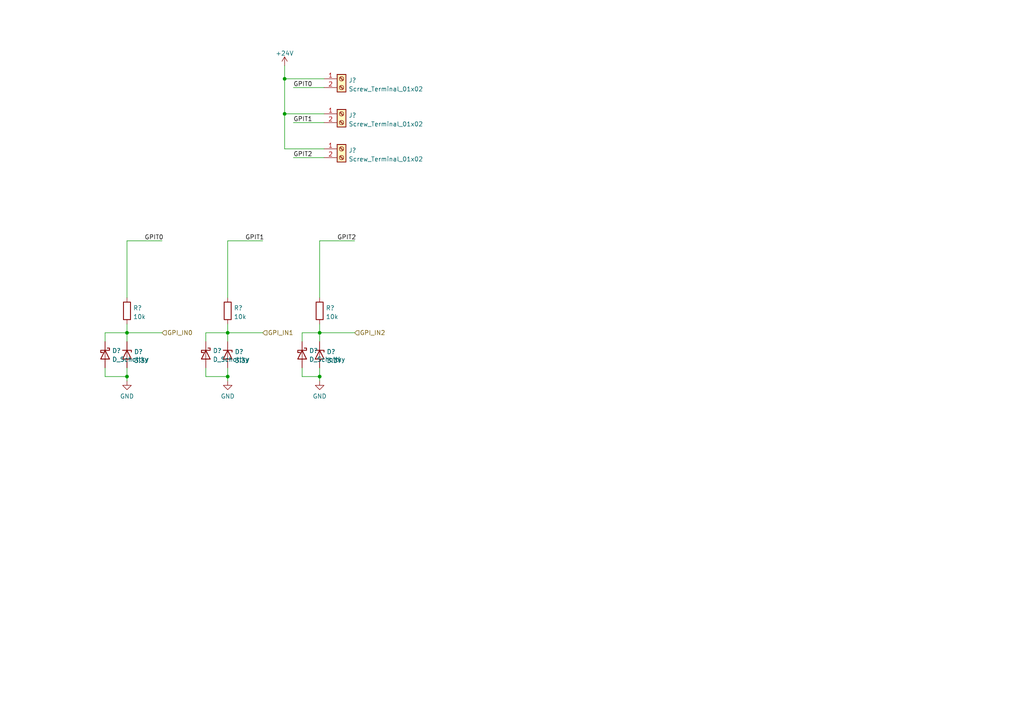
<source format=kicad_sch>
(kicad_sch (version 20211123) (generator eeschema)
  (paper "A4")
  (title_block (title "FloatPUMP Schematics") (date "2022-11-11") (rev "1.0") (company "robtor.de") (comment 1 "Controller board for up to 3 water pumps") (comment 2 "measuring capabilities with piezoresistive pressure sensors") (comment 3 "sensor input Range 4mA-20mA"))
  (lib_symbols
    (symbol "Connector:Screw_Terminal_01x02" (pin_names (offset 1.016) hide)
      (property "Reference" "J" (at 0 2.54 0))
      (property "Value" "Screw_Terminal_01x02" (at 0 -5.08 0))
      (symbol "Screw_Terminal_01x02_1_1"
        (rectangle (start -1.27 1.27) (end 1.27 -3.81) (stroke (width 0.254)) (fill (type background)))
        (circle (center 0 -2.54) (radius 0.635) (stroke (width 0.1524)))
        (polyline (pts (xy -0.5334 -2.2098) (xy 0.3302 -3.048)) (stroke (width 0.1524)))
        (polyline (pts (xy -0.5334 0.3302) (xy 0.3302 -0.508)) (stroke (width 0.1524)))
        (polyline (pts (xy -0.3556 -2.032) (xy 0.508 -2.8702)) (stroke (width 0.1524)))
        (polyline (pts (xy -0.3556 0.508) (xy 0.508 -0.3302)) (stroke (width 0.1524)))
        (circle (center 0 0) (radius 0.635) (stroke (width 0.1524)))
        (pin passive line (at -5.08 0 0) (length 3.81) (name "Pin_1") (number "1"))
        (pin passive line (at -5.08 -2.54 0) (length 3.81) (name "Pin_2") (number "2"))
      )
    )
    (symbol "Device:D_Schottky" (pin_numbers hide) (pin_names (offset 1.016) hide)
      (property "Reference" "D" (at 0 2.54 0))
      (property "Value" "D_Schottky" (at 0 -2.54 0))
      (symbol "D_Schottky_0_1"
        (polyline (pts (xy 1.27 0) (xy -1.27 0)))
        (polyline (pts (xy 1.27 1.27) (xy 1.27 -1.27) (xy -1.27 0) (xy 1.27 1.27)) (stroke (width 0.254)))
        (polyline (pts (xy -1.905 0.635) (xy -1.905 1.27) (xy -1.27 1.27) (xy -1.27 -1.27) (xy -0.635 -1.27) (xy -0.635 -0.635)) (stroke (width 0.254)))
      )
      (symbol "D_Schottky_1_1"
        (pin passive line (at -3.81 0 0) (length 2.54) (name "K") (number "1"))
        (pin passive line (at 3.81 0 180) (length 2.54) (name "A") (number "2"))
      )
    )
    (symbol "Device:D_Zener" (pin_numbers hide) (pin_names (offset 1.016) hide)
      (property "Reference" "D" (at 0 2.54 0))
      (property "Value" "D_Zener" (at 0 -2.54 0))
      (symbol "D_Zener_0_1"
        (polyline (pts (xy 1.27 0) (xy -1.27 0)))
        (polyline (pts (xy -1.27 -1.27) (xy -1.27 1.27) (xy -0.762 1.27)) (stroke (width 0.254)))
        (polyline (pts (xy 1.27 -1.27) (xy 1.27 1.27) (xy -1.27 0) (xy 1.27 -1.27)) (stroke (width 0.254)))
      )
      (symbol "D_Zener_1_1"
        (pin passive line (at -3.81 0 0) (length 2.54) (name "K") (number "1"))
        (pin passive line (at 3.81 0 180) (length 2.54) (name "A") (number "2"))
      )
    )
    (symbol "Device:R" (pin_numbers hide) (pin_names (offset 0))
      (property "Reference" "R" (at 2.032 0 90))
      (property "Value" "R" (at 0 0 90))
      (symbol "R_0_1"
        (rectangle (start -1.016 -2.54) (end 1.016 2.54) (stroke (width 0.254)))
      )
      (symbol "R_1_1"
        (pin passive line (at 0 3.81 270) (length 1.27) (name "~") (number "1"))
        (pin passive line (at 0 -3.81 90) (length 1.27) (name "~") (number "2"))
      )
    )
    (symbol "power:+24V" (power) (pin_names (offset 0))
      (property "Value" "+24V" (at 0 3.556 0))
      (symbol "+24V_0_1"
        (polyline (pts (xy -0.762 1.27) (xy 0 2.54)))
        (polyline (pts (xy 0 0) (xy 0 2.54)))
        (polyline (pts (xy 0 2.54) (xy 0.762 1.27)))
      )
      (symbol "+24V_1_1"
        (pin power_in line (at 0 0 90) (length 0) hide (name "+24V") (number "1"))
      )
    )
    (symbol "power:GND" (power) (pin_names (offset 0))
      (property "Value" "GND" (at 0 -3.81 0))
      (symbol "GND_0_1"
        (polyline (pts (xy 0 0) (xy 0 -1.27) (xy 1.27 -1.27) (xy 0 -2.54) (xy -1.27 -1.27) (xy 0 -1.27)))
      )
      (symbol "GND_1_1"
        (pin power_in line (at 0 0 270) (length 0) hide (name "GND") (number "1"))
      )
    )
  )
  (junction (at 66.04 109.22))
  (junction (at 36.83 96.52))
  (junction (at 92.71 109.22))
  (junction (at 82.55 22.86))
  (junction (at 82.55 33.02))
  (junction (at 92.71 96.52))
  (junction (at 66.04 96.52))
  (junction (at 36.83 109.22))
  (wire (pts (xy 93.98 43.18) (xy 82.55 43.18)))
  (wire (pts (xy 92.71 109.22) (xy 92.71 110.49)))
  (wire (pts (xy 30.48 99.06) (xy 30.48 96.52)))
  (wire (pts (xy 30.48 109.22) (xy 30.48 106.68)))
  (wire (pts (xy 30.48 96.52) (xy 36.83 96.52)))
  (wire (pts (xy 82.55 22.86) (xy 82.55 33.02)))
  (wire (pts (xy 85.09 45.72) (xy 93.98 45.72)))
  (wire (pts (xy 36.83 93.98) (xy 36.83 96.52)))
  (wire (pts (xy 92.71 93.98) (xy 92.71 96.52)))
  (wire (pts (xy 66.04 109.22) (xy 59.69 109.22)))
  (wire (pts (xy 36.83 96.52) (xy 36.83 99.06)))
  (wire (pts (xy 82.55 43.18) (xy 82.55 33.02)))
  (wire (pts (xy 36.83 96.52) (xy 46.99 96.52)))
  (wire (pts (xy 36.83 86.36) (xy 36.83 69.85)))
  (wire (pts (xy 59.69 109.22) (xy 59.69 106.68)))
  (wire (pts (xy 59.69 99.06) (xy 59.69 96.52)))
  (wire (pts (xy 82.55 33.02) (xy 93.98 33.02)))
  (wire (pts (xy 59.69 96.52) (xy 66.04 96.52)))
  (wire (pts (xy 85.09 25.4) (xy 93.98 25.4)))
  (wire (pts (xy 92.71 109.22) (xy 87.63 109.22)))
  (wire (pts (xy 66.04 106.68) (xy 66.04 109.22)))
  (wire (pts (xy 66.04 86.36) (xy 66.04 69.85)))
  (wire (pts (xy 66.04 96.52) (xy 66.04 99.06)))
  (wire (pts (xy 93.98 22.86) (xy 82.55 22.86)))
  (wire (pts (xy 36.83 109.22) (xy 36.83 110.49)))
  (wire (pts (xy 36.83 69.85) (xy 46.99 69.85)))
  (wire (pts (xy 36.83 106.68) (xy 36.83 109.22)))
  (wire (pts (xy 87.63 109.22) (xy 87.63 106.68)))
  (wire (pts (xy 92.71 69.85) (xy 102.87 69.85)))
  (wire (pts (xy 66.04 109.22) (xy 66.04 110.49)))
  (wire (pts (xy 92.71 96.52) (xy 92.71 99.06)))
  (wire (pts (xy 87.63 96.52) (xy 92.71 96.52)))
  (wire (pts (xy 66.04 69.85) (xy 76.2 69.85)))
  (wire (pts (xy 82.55 19.05) (xy 82.55 22.86)))
  (wire (pts (xy 85.09 35.56) (xy 93.98 35.56)))
  (wire (pts (xy 36.83 109.22) (xy 30.48 109.22)))
  (wire (pts (xy 92.71 86.36) (xy 92.71 69.85)))
  (wire (pts (xy 92.71 96.52) (xy 102.87 96.52)))
  (wire (pts (xy 92.71 106.68) (xy 92.71 109.22)))
  (wire (pts (xy 66.04 93.98) (xy 66.04 96.52)))
  (wire (pts (xy 66.04 96.52) (xy 76.2 96.52)))
  (wire (pts (xy 87.63 99.06) (xy 87.63 96.52)))
  (label "GPIT1" (at 71.12 69.85 0))
  (label "GPIT1" (at 85.09 35.56 0))
  (label "GPIT0" (at 41.91 69.85 0))
  (label "GPIT0" (at 85.09 25.4 0))
  (label "GPIT2" (at 85.09 45.72 0))
  (label "GPIT2" (at 97.79 69.85 0))
  (hierarchical_label "GPI_IN0" (shape input) (at 46.99 96.52 0))
  (hierarchical_label "GPI_IN2" (shape input) (at 102.87 96.52 0))
  (hierarchical_label "GPI_IN1" (shape input) (at 76.2 96.52 0))
  (symbol (lib_id "power:+24V") (at 82.55 19.05 0) (unit 1)
    (property "Reference" "#PWR?" (effects hide))
    (property "Value" "+24V" (at 82.55 15.4742 0))
  )
  (symbol (lib_id "power:GND") (at 36.83 110.49 0) (unit 1)
    (property "Reference" "#PWR?" (effects hide))
    (property "Value" "GND" (at 36.83 114.9334 0))
  )
  (symbol (lib_id "Device:D_Schottky") (at 87.63 102.87 270) (unit 1)
    (property "Reference" "D?" (at 89.662 101.7178 90) (effects (justify left)))
    (property "Value" "D_Schottky" (at 89.662 104.2547 90) (effects (justify left)))
  )
  (symbol (lib_id "Connector:Screw_Terminal_01x02") (at 99.06 22.86 0) (unit 1)
    (property "Reference" "J?" (at 101.092 23.2953 0) (effects (justify left)))
    (property "Value" "Screw_Terminal_01x02" (at 101.092 25.8322 0) (effects (justify left)))
  )
  (symbol (lib_id "Device:R") (at 36.83 90.17 0) (unit 1)
    (property "Reference" "R?" (at 38.608 89.3353 0) (effects (justify left)))
    (property "Value" "10k" (at 38.608 91.8722 0) (effects (justify left)))
  )
  (symbol (lib_id "power:GND") (at 66.04 110.49 0) (unit 1)
    (property "Reference" "#PWR?" (effects hide))
    (property "Value" "GND" (at 66.04 114.9334 0))
  )
  (symbol (lib_id "Connector:Screw_Terminal_01x02") (at 99.06 43.18 0) (unit 1)
    (property "Reference" "J?" (at 101.092 43.6153 0) (effects (justify left)))
    (property "Value" "Screw_Terminal_01x02" (at 101.092 46.1522 0) (effects (justify left)))
  )
  (symbol (lib_id "Device:D_Zener") (at 92.71 102.87 270) (unit 1)
    (property "Reference" "D?" (at 94.742 102.0353 90) (effects (justify left)))
    (property "Value" "3.3V" (at 94.742 104.5722 90) (effects (justify left)))
  )
  (symbol (lib_id "Device:D_Zener") (at 66.04 102.87 270) (unit 1)
    (property "Reference" "D?" (at 68.072 102.0353 90) (effects (justify left)))
    (property "Value" "3.3V" (at 68.072 104.5722 90) (effects (justify left)))
  )
  (symbol (lib_id "power:GND") (at 92.71 110.49 0) (unit 1)
    (property "Reference" "#PWR?" (effects hide))
    (property "Value" "GND" (at 92.71 114.9334 0))
  )
  (symbol (lib_id "Device:R") (at 66.04 90.17 0) (unit 1)
    (property "Reference" "R?" (at 67.818 89.3353 0) (effects (justify left)))
    (property "Value" "10k" (at 67.818 91.8722 0) (effects (justify left)))
  )
  (symbol (lib_id "Device:D_Zener") (at 36.83 102.87 270) (unit 1)
    (property "Reference" "D?" (at 38.862 102.0353 90) (effects (justify left)))
    (property "Value" "3.3V" (at 38.862 104.5722 90) (effects (justify left)))
  )
  (symbol (lib_id "Device:R") (at 92.71 90.17 0) (unit 1)
    (property "Reference" "R?" (at 94.488 89.3353 0) (effects (justify left)))
    (property "Value" "10k" (at 94.488 91.8722 0) (effects (justify left)))
  )
  (symbol (lib_id "Device:D_Schottky") (at 59.69 102.87 270) (unit 1)
    (property "Reference" "D?" (at 61.722 101.7178 90) (effects (justify left)))
    (property "Value" "D_Schottky" (at 61.722 104.2547 90) (effects (justify left)))
  )
  (symbol (lib_id "Device:D_Schottky") (at 30.48 102.87 270) (unit 1)
    (property "Reference" "D?" (at 32.512 101.7178 90) (effects (justify left)))
    (property "Value" "D_Schottky" (at 32.512 104.2547 90) (effects (justify left)))
  )
  (symbol (lib_id "Connector:Screw_Terminal_01x02") (at 99.06 33.02 0) (unit 1)
    (property "Reference" "J?" (at 101.092 33.4553 0) (effects (justify left)))
    (property "Value" "Screw_Terminal_01x02" (at 101.092 35.9922 0) (effects (justify left)))
  )
)
</source>
